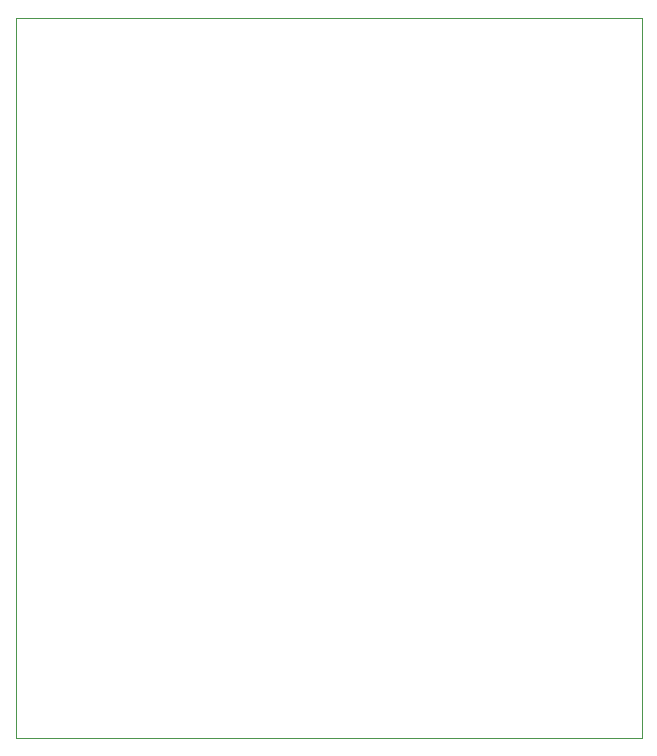
<source format=gko>
G04*
G04 #@! TF.GenerationSoftware,Altium Limited,Altium Designer,19.0.5 (141)*
G04*
G04 Layer_Color=16711935*
%FSLAX25Y25*%
%MOIN*%
G70*
G01*
G75*
%ADD51C,0.00000*%
D51*
X531937Y106102D02*
Y346260D01*
X740598D01*
Y106102D02*
Y346260D01*
X531937Y106102D02*
X740598D01*
M02*

</source>
